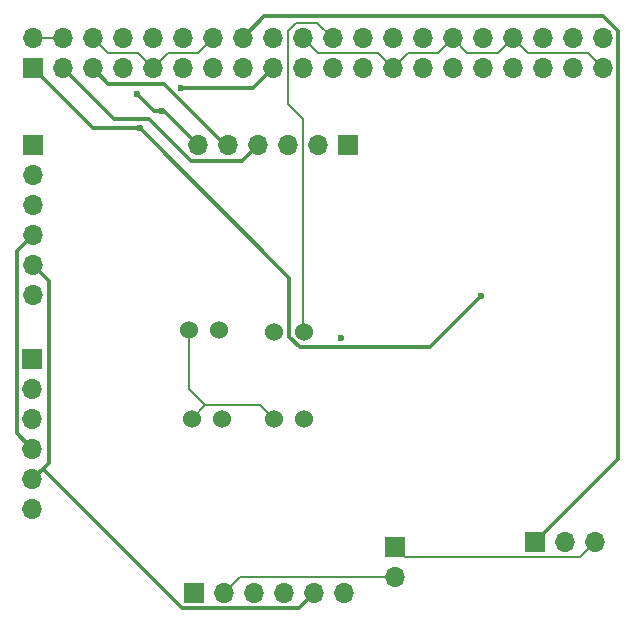
<source format=gbr>
%TF.GenerationSoftware,KiCad,Pcbnew,8.0.1*%
%TF.CreationDate,2024-10-12T17:53:39+09:00*%
%TF.ProjectId,Test2,54657374-322e-46b6-9963-61645f706362,rev?*%
%TF.SameCoordinates,Original*%
%TF.FileFunction,Copper,L2,Bot*%
%TF.FilePolarity,Positive*%
%FSLAX46Y46*%
G04 Gerber Fmt 4.6, Leading zero omitted, Abs format (unit mm)*
G04 Created by KiCad (PCBNEW 8.0.1) date 2024-10-12 17:53:39*
%MOMM*%
%LPD*%
G01*
G04 APERTURE LIST*
%TA.AperFunction,ComponentPad*%
%ADD10R,1.700000X1.700000*%
%TD*%
%TA.AperFunction,ComponentPad*%
%ADD11O,1.700000X1.700000*%
%TD*%
%TA.AperFunction,ComponentPad*%
%ADD12C,1.524000*%
%TD*%
%TA.AperFunction,ViaPad*%
%ADD13C,0.600000*%
%TD*%
%TA.AperFunction,Conductor*%
%ADD14C,0.200000*%
%TD*%
%TA.AperFunction,Conductor*%
%ADD15C,0.300000*%
%TD*%
G04 APERTURE END LIST*
D10*
%TO.P,J1_GPIO4,1,Pin_1*%
%TO.N,unconnected-(J1_GPIO4-Pin_1-Pad1)*%
X15714000Y40220400D03*
D11*
%TO.P,J1_GPIO4,2,Pin_2*%
%TO.N,Net-(Fan1-Pin_2)*%
X13174000Y40220400D03*
%TO.P,J1_GPIO4,3,Pin_3*%
%TO.N,Net-(Fan1-Pin_1)*%
X10634000Y40220400D03*
%TO.P,J1_GPIO4,4,Pin_4*%
%TO.N,Net-(J1-SDA{slash}GPIO2)*%
X8094000Y40220400D03*
%TO.P,J1_GPIO4,5,Pin_5*%
%TO.N,Net-(J1-SCL{slash}GPIO3)*%
X5554000Y40220400D03*
%TO.P,J1_GPIO4,6,Pin_6*%
%TO.N,Net-(J1-GCLK0{slash}GPIO4)*%
X3014000Y40220400D03*
%TD*%
D10*
%TO.P,J2_GPIO17,1,Pin_1*%
%TO.N,unconnected-(J2_GPIO17-Pin_1-Pad1)*%
X-10981400Y40195000D03*
D11*
%TO.P,J2_GPIO17,2,Pin_2*%
%TO.N,Net-(Fan1-Pin_2)*%
X-10981400Y37655000D03*
%TO.P,J2_GPIO17,3,Pin_3*%
%TO.N,Net-(Fan1-Pin_1)*%
X-10981400Y35115000D03*
%TO.P,J2_GPIO17,4,Pin_4*%
%TO.N,Net-(J1-SDA{slash}GPIO2)*%
X-10981400Y32575000D03*
%TO.P,J2_GPIO17,5,Pin_5*%
%TO.N,Net-(J1-SCL{slash}GPIO3)*%
X-10981400Y30035000D03*
%TO.P,J2_GPIO17,6,Pin_6*%
%TO.N,Net-(J1-GPIO17)*%
X-10981400Y27495000D03*
%TD*%
%TO.P,J3_GPIO27,6,Pin_6*%
%TO.N,Net-(J1-GPIO27)*%
X-11006800Y9384800D03*
%TO.P,J3_GPIO27,5,Pin_5*%
%TO.N,Net-(J1-SCL{slash}GPIO3)*%
X-11006800Y11924800D03*
%TO.P,J3_GPIO27,4,Pin_4*%
%TO.N,Net-(J1-SDA{slash}GPIO2)*%
X-11006800Y14464800D03*
%TO.P,J3_GPIO27,3,Pin_3*%
%TO.N,Net-(Fan1-Pin_1)*%
X-11006800Y17004800D03*
%TO.P,J3_GPIO27,2,Pin_2*%
%TO.N,Net-(Fan1-Pin_2)*%
X-11006800Y19544800D03*
D10*
%TO.P,J3_GPIO27,1,Pin_1*%
%TO.N,unconnected-(J3_GPIO27-Pin_1-Pad1)*%
X-11006800Y22084800D03*
%TD*%
%TO.P,J4_GPIO22,1,Pin_1*%
%TO.N,unconnected-(J4_GPIO22-Pin_1-Pad1)*%
X2702100Y2305600D03*
D11*
%TO.P,J4_GPIO22,2,Pin_2*%
%TO.N,Net-(Fan1-Pin_2)*%
X5242100Y2305600D03*
%TO.P,J4_GPIO22,3,Pin_3*%
%TO.N,Net-(Fan1-Pin_1)*%
X7782100Y2305600D03*
%TO.P,J4_GPIO22,4,Pin_4*%
%TO.N,Net-(J1-SDA{slash}GPIO2)*%
X10322100Y2305600D03*
%TO.P,J4_GPIO22,5,Pin_5*%
%TO.N,Net-(J1-SCL{slash}GPIO3)*%
X12862100Y2305600D03*
%TO.P,J4_GPIO22,6,Pin_6*%
%TO.N,Net-(J1-GPIO22)*%
X15402100Y2305600D03*
%TD*%
D10*
%TO.P,Fan1,1,Pin_1*%
%TO.N,Net-(Fan1-Pin_1)*%
X19700000Y6200000D03*
D11*
%TO.P,Fan1,2,Pin_2*%
%TO.N,Net-(Fan1-Pin_2)*%
X19700000Y3660000D03*
%TD*%
D12*
%TO.P,D1,1,K*%
%TO.N,Net-(D1-K)*%
X2230000Y24500000D03*
%TO.P,D1,2,A*%
%TO.N,Net-(D1-A)*%
X4770000Y24500000D03*
%TD*%
%TO.P,D4,1,K*%
%TO.N,Net-(D1-K)*%
X9460000Y17000000D03*
%TO.P,D4,2,A*%
%TO.N,Net-(D4-A)*%
X12000000Y17000000D03*
%TD*%
%TO.P,D2,1,K*%
%TO.N,Net-(D1-K)*%
X2460000Y17000000D03*
%TO.P,D2,2,A*%
%TO.N,Net-(D2-A)*%
X5000000Y17000000D03*
%TD*%
D10*
%TO.P,M1_GPIO23,1,PWM*%
%TO.N,Net-(J1-GPIO23)*%
X31560000Y6600000D03*
D11*
%TO.P,M1_GPIO23,2,+*%
%TO.N,Net-(Fan1-Pin_2)*%
X34100000Y6600000D03*
%TO.P,M1_GPIO23,3,-*%
%TO.N,Net-(Fan1-Pin_1)*%
X36640000Y6600000D03*
%TD*%
D12*
%TO.P,D3,1,K*%
%TO.N,Net-(D1-K)*%
X9460000Y24400000D03*
%TO.P,D3,2,A*%
%TO.N,Net-(D3-A)*%
X12000000Y24400000D03*
%TD*%
D10*
%TO.P,J1,1,3V3*%
%TO.N,Net-(J1-3V3-Pad1)*%
X-11000000Y46730000D03*
D11*
%TO.P,J1,2,5V*%
%TO.N,Net-(Fan1-Pin_2)*%
X-11000000Y49270000D03*
%TO.P,J1,3,SDA/GPIO2*%
%TO.N,Net-(J1-SDA{slash}GPIO2)*%
X-8460000Y46730000D03*
%TO.P,J1,4,5V*%
%TO.N,Net-(Fan1-Pin_2)*%
X-8460000Y49270000D03*
%TO.P,J1,5,SCL/GPIO3*%
%TO.N,Net-(J1-SCL{slash}GPIO3)*%
X-5920000Y46730000D03*
%TO.P,J1,6,GND*%
%TO.N,Net-(Fan1-Pin_1)*%
X-5920000Y49270000D03*
%TO.P,J1,7,GCLK0/GPIO4*%
%TO.N,Net-(J1-GCLK0{slash}GPIO4)*%
X-3380000Y46730000D03*
%TO.P,J1,8,GPIO14/TXD*%
%TO.N,unconnected-(J1-GPIO14{slash}TXD-Pad8)*%
X-3380000Y49270000D03*
%TO.P,J1,9,GND*%
%TO.N,Net-(Fan1-Pin_1)*%
X-840000Y46730000D03*
%TO.P,J1,10,GPIO15/RXD*%
%TO.N,unconnected-(J1-GPIO15{slash}RXD-Pad10)*%
X-840000Y49270000D03*
%TO.P,J1,11,GPIO17*%
%TO.N,Net-(J1-GPIO17)*%
X1700000Y46730000D03*
%TO.P,J1,12,GPIO18/PWM0*%
%TO.N,unconnected-(J1-GPIO18{slash}PWM0-Pad12)*%
X1700000Y49270000D03*
%TO.P,J1,13,GPIO27*%
%TO.N,Net-(J1-GPIO27)*%
X4240000Y46730000D03*
%TO.P,J1,14,GND*%
%TO.N,Net-(Fan1-Pin_1)*%
X4240000Y49270000D03*
%TO.P,J1,15,GPIO22*%
%TO.N,Net-(J1-GPIO22)*%
X6780000Y46730000D03*
%TO.P,J1,16,GPIO23*%
%TO.N,Net-(J1-GPIO23)*%
X6780000Y49270000D03*
%TO.P,J1,17,3V3*%
%TO.N,Net-(J1-3V3-Pad1)*%
X9320000Y46730000D03*
%TO.P,J1,18,GPIO24*%
%TO.N,Net-(D2-A)*%
X9320000Y49270000D03*
%TO.P,J1,19,MOSI0/GPIO10*%
%TO.N,unconnected-(J1-MOSI0{slash}GPIO10-Pad19)*%
X11860000Y46730000D03*
%TO.P,J1,20,GND*%
%TO.N,Net-(Fan1-Pin_1)*%
X11860000Y49270000D03*
%TO.P,J1,21,MISO0/GPIO9*%
%TO.N,unconnected-(J1-MISO0{slash}GPIO9-Pad21)*%
X14400000Y46730000D03*
%TO.P,J1,22,GPIO25*%
%TO.N,Net-(D3-A)*%
X14400000Y49270000D03*
%TO.P,J1,23,SCLK0/GPIO11*%
%TO.N,unconnected-(J1-SCLK0{slash}GPIO11-Pad23)*%
X16940000Y46730000D03*
%TO.P,J1,24,~{CE0}/GPIO8*%
%TO.N,Net-(J1-~{CE0}{slash}GPIO8)*%
X16940000Y49270000D03*
%TO.P,J1,25,GND*%
%TO.N,Net-(Fan1-Pin_1)*%
X19480000Y46730000D03*
%TO.P,J1,26,~{CE1}/GPIO7*%
%TO.N,Net-(D1-A)*%
X19480000Y49270000D03*
%TO.P,J1,27,ID_SD/GPIO0*%
%TO.N,unconnected-(J1-ID_SD{slash}GPIO0-Pad27)*%
X22020000Y46730000D03*
%TO.P,J1,28,ID_SC/GPIO1*%
%TO.N,unconnected-(J1-ID_SC{slash}GPIO1-Pad28)*%
X22020000Y49270000D03*
%TO.P,J1,29,GCLK1/GPIO5*%
%TO.N,unconnected-(J1-GCLK1{slash}GPIO5-Pad29)*%
X24560000Y46730000D03*
%TO.P,J1,30,GND*%
%TO.N,Net-(Fan1-Pin_1)*%
X24560000Y49270000D03*
%TO.P,J1,31,GCLK2/GPIO6*%
%TO.N,unconnected-(J1-GCLK2{slash}GPIO6-Pad31)*%
X27100000Y46730000D03*
%TO.P,J1,32,PWM0/GPIO12*%
%TO.N,unconnected-(J1-PWM0{slash}GPIO12-Pad32)*%
X27100000Y49270000D03*
%TO.P,J1,33,PWM1/GPIO13*%
%TO.N,unconnected-(J1-PWM1{slash}GPIO13-Pad33)*%
X29640000Y46730000D03*
%TO.P,J1,34,GND*%
%TO.N,Net-(Fan1-Pin_1)*%
X29640000Y49270000D03*
%TO.P,J1,35,GPIO19/MISO1*%
%TO.N,unconnected-(J1-GPIO19{slash}MISO1-Pad35)*%
X32180000Y46730000D03*
%TO.P,J1,36,GPIO16*%
%TO.N,unconnected-(J1-GPIO16-Pad36)*%
X32180000Y49270000D03*
%TO.P,J1,37,GPIO26*%
%TO.N,Net-(D4-A)*%
X34720000Y46730000D03*
%TO.P,J1,38,GPIO20/MOSI1*%
%TO.N,unconnected-(J1-GPIO20{slash}MOSI1-Pad38)*%
X34720000Y49270000D03*
%TO.P,J1,39,GND*%
%TO.N,Net-(Fan1-Pin_1)*%
X37260000Y46730000D03*
%TO.P,J1,40,GPIO21/SCLK1*%
%TO.N,unconnected-(J1-GPIO21{slash}SCLK1-Pad40)*%
X37260000Y49270000D03*
%TD*%
D13*
%TO.N,Net-(J1-3V3-Pad1)*%
X26954000Y27396000D03*
X-1938900Y41653300D03*
X1545600Y45063400D03*
%TO.N,Net-(D1-K)*%
X15096000Y23823000D03*
%TO.N,Net-(J1-GCLK0{slash}GPIO4)*%
X-29000Y43067600D03*
X-2174000Y44514900D03*
%TD*%
D14*
%TO.N,Net-(D3-A)*%
X11904000Y24496000D02*
X12000000Y24400000D01*
X11904000Y42396700D02*
X11904000Y24496000D01*
X10590000Y43710700D02*
X11904000Y42396700D01*
X10590000Y49837800D02*
X10590000Y43710700D01*
X11301100Y50548900D02*
X10590000Y49837800D01*
X13121100Y50548900D02*
X11301100Y50548900D01*
X14400000Y49270000D02*
X13121100Y50548900D01*
D15*
%TO.N,Net-(J1-3V3-Pad1)*%
X7653400Y45063400D02*
X9320000Y46730000D01*
X1545600Y45063400D02*
X7653400Y45063400D01*
X-5923300Y41653300D02*
X-1938900Y41653300D01*
X-11000000Y46730000D02*
X-5923300Y41653300D01*
X10730100Y28984300D02*
X-1938900Y41653300D01*
X10730100Y23945900D02*
X10730100Y28984300D01*
X11610100Y23065900D02*
X10730100Y23945900D01*
X22623900Y23065900D02*
X11610100Y23065900D01*
X26954000Y27396000D02*
X22623900Y23065900D01*
D14*
%TO.N,Net-(D1-K)*%
X3636400Y18176400D02*
X2460000Y17000000D01*
X8283600Y18176400D02*
X3636400Y18176400D01*
X9460000Y17000000D02*
X8283600Y18176400D01*
X2230000Y19582800D02*
X2230000Y24500000D01*
X3636400Y18176400D02*
X2230000Y19582800D01*
%TO.N,Net-(Fan1-Pin_2)*%
X-8460000Y49270000D02*
X-11000000Y49270000D01*
X6596500Y3660000D02*
X19700000Y3660000D01*
X5242100Y2305600D02*
X6596500Y3660000D01*
D15*
%TO.N,Net-(J1-SDA{slash}GPIO2)*%
X-12326600Y31229800D02*
X-10981400Y32575000D01*
X-12326600Y15784600D02*
X-12326600Y31229800D01*
X-11006800Y14464800D02*
X-12326600Y15784600D01*
X-4135100Y42405100D02*
X-8460000Y46730000D01*
X-1125000Y42405100D02*
X-4135100Y42405100D01*
X2403900Y38876200D02*
X-1125000Y42405100D01*
X6749800Y38876200D02*
X2403900Y38876200D01*
X8094000Y40220400D02*
X6749800Y38876200D01*
%TO.N,Net-(J1-GCLK0{slash}GPIO4)*%
X-726700Y43067600D02*
X-29000Y43067600D01*
X-2174000Y44514900D02*
X-726700Y43067600D01*
X166800Y43067600D02*
X3014000Y40220400D01*
X-29000Y43067600D02*
X166800Y43067600D01*
%TO.N,Net-(J1-SCL{slash}GPIO3)*%
X5325600Y40220400D02*
X5554000Y40220400D01*
X137900Y45408100D02*
X5325600Y40220400D01*
X-4598100Y45408100D02*
X137900Y45408100D01*
X-5920000Y46730000D02*
X-4598100Y45408100D01*
X11531200Y974700D02*
X12862100Y2305600D01*
X1688900Y974700D02*
X11531200Y974700D01*
X-10134000Y12797600D02*
X1688900Y974700D01*
X-9646800Y13284800D02*
X-10134000Y12797600D01*
X-9646800Y28700400D02*
X-9646800Y13284800D01*
X-10981400Y30035000D02*
X-9646800Y28700400D01*
X-10134000Y12797600D02*
X-11006800Y11924800D01*
D14*
%TO.N,Net-(Fan1-Pin_1)*%
X13130000Y48000000D02*
X11860000Y49270000D01*
X18210000Y48000000D02*
X13130000Y48000000D01*
X19480000Y46730000D02*
X18210000Y48000000D01*
X30910000Y48000000D02*
X29640000Y49270000D01*
X35990000Y48000000D02*
X30910000Y48000000D01*
X37260000Y46730000D02*
X35990000Y48000000D01*
X20750000Y48000000D02*
X19480000Y46730000D01*
X23290000Y48000000D02*
X20750000Y48000000D01*
X24560000Y49270000D02*
X23290000Y48000000D01*
X28388300Y48018300D02*
X29640000Y49270000D01*
X25811700Y48018300D02*
X28388300Y48018300D01*
X24560000Y49270000D02*
X25811700Y48018300D01*
X20551700Y5348300D02*
X19700000Y6200000D01*
X35388300Y5348300D02*
X20551700Y5348300D01*
X36640000Y6600000D02*
X35388300Y5348300D01*
X430000Y48000000D02*
X-840000Y46730000D01*
X2970000Y48000000D02*
X430000Y48000000D01*
X4240000Y49270000D02*
X2970000Y48000000D01*
X-4650000Y48000000D02*
X-5920000Y49270000D01*
X-2110000Y48000000D02*
X-4650000Y48000000D01*
X-840000Y46730000D02*
X-2110000Y48000000D01*
D15*
%TO.N,Net-(J1-GPIO23)*%
X38565900Y13605900D02*
X31560000Y6600000D01*
X38565900Y49824100D02*
X38565900Y13605900D01*
X37271100Y51118900D02*
X38565900Y49824100D01*
X8628900Y51118900D02*
X37271100Y51118900D01*
X6780000Y49270000D02*
X8628900Y51118900D01*
%TD*%
M02*

</source>
